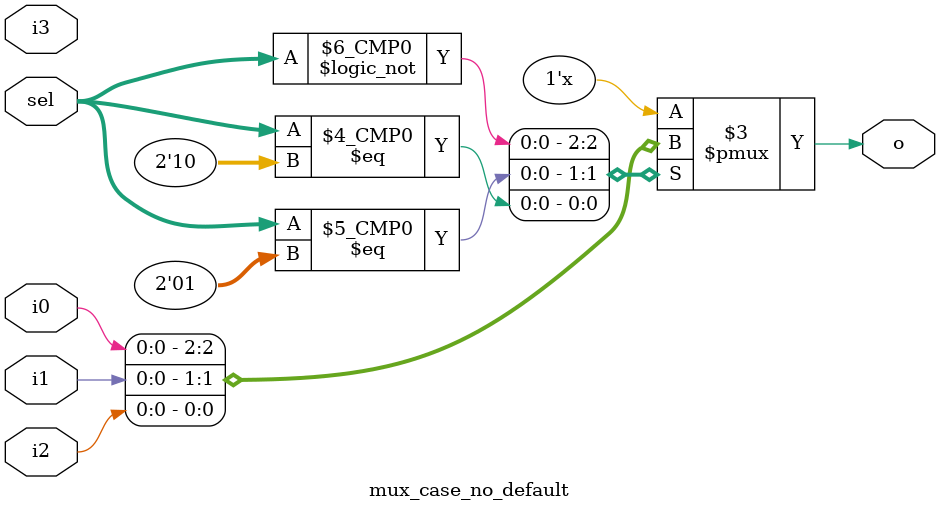
<source format=v>
module mux_case_no_default(input i0, i1, i2, i3,  input [1:0] sel, output reg o);
 always@(i0 or i1 or i2 or i3 or sel) begin
  case (sel)
    2'b00   : o = i0;
    2'b01   : o = i1;
    2'b10   : o = i2;
//    default : o = i3;
  endcase
 end
endmodule

</source>
